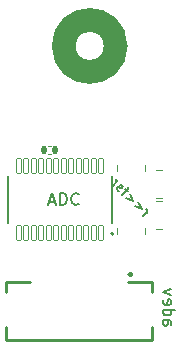
<source format=gbr>
%TF.GenerationSoftware,KiCad,Pcbnew,8.0.8-8.0.8-0~ubuntu24.04.1*%
%TF.CreationDate,2025-03-22T16:56:25+00:00*%
%TF.ProjectId,FSRrayDMUX-ADC,46535272-6179-4444-9d55-582d4144432e,rev?*%
%TF.SameCoordinates,Original*%
%TF.FileFunction,Legend,Bot*%
%TF.FilePolarity,Positive*%
%FSLAX46Y46*%
G04 Gerber Fmt 4.6, Leading zero omitted, Abs format (unit mm)*
G04 Created by KiCad (PCBNEW 8.0.8-8.0.8-0~ubuntu24.04.1) date 2025-03-22 16:56:25*
%MOMM*%
%LPD*%
G01*
G04 APERTURE LIST*
G04 Aperture macros list*
%AMRoundRect*
0 Rectangle with rounded corners*
0 $1 Rounding radius*
0 $2 $3 $4 $5 $6 $7 $8 $9 X,Y pos of 4 corners*
0 Add a 4 corners polygon primitive as box body*
4,1,4,$2,$3,$4,$5,$6,$7,$8,$9,$2,$3,0*
0 Add four circle primitives for the rounded corners*
1,1,$1+$1,$2,$3*
1,1,$1+$1,$4,$5*
1,1,$1+$1,$6,$7*
1,1,$1+$1,$8,$9*
0 Add four rect primitives between the rounded corners*
20,1,$1+$1,$2,$3,$4,$5,0*
20,1,$1+$1,$4,$5,$6,$7,0*
20,1,$1+$1,$6,$7,$8,$9,0*
20,1,$1+$1,$8,$9,$2,$3,0*%
G04 Aperture macros list end*
%ADD10C,2.000000*%
%ADD11C,0.150000*%
%ADD12C,0.200000*%
%ADD13C,0.250000*%
%ADD14C,0.120000*%
%ADD15C,0.127000*%
%ADD16C,1.550000*%
%ADD17R,1.700000X1.700000*%
%ADD18O,1.700000X1.700000*%
%ADD19R,0.300000X1.250000*%
%ADD20R,2.000000X2.500000*%
%ADD21R,0.400000X0.500000*%
%ADD22R,0.300000X0.500000*%
%ADD23R,0.500000X0.400000*%
%ADD24R,0.500000X0.300000*%
%ADD25RoundRect,0.140000X-0.140000X-0.170000X0.140000X-0.170000X0.140000X0.170000X-0.140000X0.170000X0*%
%ADD26RoundRect,0.020500X0.184500X-0.599500X0.184500X0.599500X-0.184500X0.599500X-0.184500X-0.599500X0*%
G04 APERTURE END LIST*
D10*
X157100000Y-119000000D02*
G75*
G02*
X152700000Y-119000000I-2200000J0D01*
G01*
X152700000Y-119000000D02*
G75*
G02*
X157100000Y-119000000I2200000J0D01*
G01*
D11*
X161130180Y-142234649D02*
X161653990Y-142234649D01*
X161653990Y-142234649D02*
X161749228Y-142282268D01*
X161749228Y-142282268D02*
X161796847Y-142377506D01*
X161796847Y-142377506D02*
X161796847Y-142567982D01*
X161796847Y-142567982D02*
X161749228Y-142663220D01*
X161177800Y-142234649D02*
X161130180Y-142329887D01*
X161130180Y-142329887D02*
X161130180Y-142567982D01*
X161130180Y-142567982D02*
X161177800Y-142663220D01*
X161177800Y-142663220D02*
X161273038Y-142710839D01*
X161273038Y-142710839D02*
X161368276Y-142710839D01*
X161368276Y-142710839D02*
X161463514Y-142663220D01*
X161463514Y-142663220D02*
X161511133Y-142567982D01*
X161511133Y-142567982D02*
X161511133Y-142329887D01*
X161511133Y-142329887D02*
X161558752Y-142234649D01*
X161130180Y-141329887D02*
X162130180Y-141329887D01*
X161177800Y-141329887D02*
X161130180Y-141425125D01*
X161130180Y-141425125D02*
X161130180Y-141615601D01*
X161130180Y-141615601D02*
X161177800Y-141710839D01*
X161177800Y-141710839D02*
X161225419Y-141758458D01*
X161225419Y-141758458D02*
X161320657Y-141806077D01*
X161320657Y-141806077D02*
X161606371Y-141806077D01*
X161606371Y-141806077D02*
X161701609Y-141758458D01*
X161701609Y-141758458D02*
X161749228Y-141710839D01*
X161749228Y-141710839D02*
X161796847Y-141615601D01*
X161796847Y-141615601D02*
X161796847Y-141425125D01*
X161796847Y-141425125D02*
X161749228Y-141329887D01*
X161177800Y-140472744D02*
X161130180Y-140567982D01*
X161130180Y-140567982D02*
X161130180Y-140758458D01*
X161130180Y-140758458D02*
X161177800Y-140853696D01*
X161177800Y-140853696D02*
X161273038Y-140901315D01*
X161273038Y-140901315D02*
X161653990Y-140901315D01*
X161653990Y-140901315D02*
X161749228Y-140853696D01*
X161749228Y-140853696D02*
X161796847Y-140758458D01*
X161796847Y-140758458D02*
X161796847Y-140567982D01*
X161796847Y-140567982D02*
X161749228Y-140472744D01*
X161749228Y-140472744D02*
X161653990Y-140425125D01*
X161653990Y-140425125D02*
X161558752Y-140425125D01*
X161558752Y-140425125D02*
X161463514Y-140901315D01*
X161796847Y-140091791D02*
X161130180Y-139853696D01*
X161130180Y-139853696D02*
X161796847Y-139615601D01*
D12*
X159447809Y-133392427D02*
X159830966Y-133009270D01*
X159721492Y-133118743D02*
X159748861Y-133036638D01*
X159748861Y-133036638D02*
X159748861Y-132981901D01*
X159748861Y-132981901D02*
X159721492Y-132899796D01*
X159721492Y-132899796D02*
X159666756Y-132845059D01*
X159037282Y-132215586D02*
X159310966Y-132817691D01*
X159310966Y-132817691D02*
X158708862Y-132544007D01*
X158325704Y-131504007D02*
X158599388Y-132106112D01*
X158599388Y-132106112D02*
X157997283Y-131832428D01*
X158134125Y-131312428D02*
X157915178Y-131093481D01*
X157668862Y-131613481D02*
X158161493Y-131120850D01*
X158161493Y-131120850D02*
X158188862Y-131038744D01*
X158188862Y-131038744D02*
X158161493Y-130956639D01*
X158161493Y-130956639D02*
X158106757Y-130901902D01*
X157395178Y-131285060D02*
X157313073Y-131257692D01*
X157313073Y-131257692D02*
X157203599Y-131148218D01*
X157203599Y-131148218D02*
X157176231Y-131066113D01*
X157176231Y-131066113D02*
X157203599Y-130984008D01*
X157203599Y-130984008D02*
X157230968Y-130956639D01*
X157230968Y-130956639D02*
X157313073Y-130929271D01*
X157313073Y-130929271D02*
X157395178Y-130956639D01*
X157395178Y-130956639D02*
X157477283Y-131038745D01*
X157477283Y-131038745D02*
X157559389Y-131066113D01*
X157559389Y-131066113D02*
X157641494Y-131038745D01*
X157641494Y-131038745D02*
X157668862Y-131011376D01*
X157668862Y-131011376D02*
X157696231Y-130929271D01*
X157696231Y-130929271D02*
X157668862Y-130847166D01*
X157668862Y-130847166D02*
X157586757Y-130765061D01*
X157586757Y-130765061D02*
X157504652Y-130737692D01*
X156875179Y-130819797D02*
X157258336Y-130436640D01*
X157148863Y-130546113D02*
X157176231Y-130464008D01*
X157176231Y-130464008D02*
X157176231Y-130409271D01*
X157176231Y-130409271D02*
X157148863Y-130327166D01*
X157148863Y-130327166D02*
X157094126Y-130272429D01*
D11*
X151489160Y-132184104D02*
X151965350Y-132184104D01*
X151393922Y-132469819D02*
X151727255Y-131469819D01*
X151727255Y-131469819D02*
X152060588Y-132469819D01*
X152393922Y-132469819D02*
X152393922Y-131469819D01*
X152393922Y-131469819D02*
X152632017Y-131469819D01*
X152632017Y-131469819D02*
X152774874Y-131517438D01*
X152774874Y-131517438D02*
X152870112Y-131612676D01*
X152870112Y-131612676D02*
X152917731Y-131707914D01*
X152917731Y-131707914D02*
X152965350Y-131898390D01*
X152965350Y-131898390D02*
X152965350Y-132041247D01*
X152965350Y-132041247D02*
X152917731Y-132231723D01*
X152917731Y-132231723D02*
X152870112Y-132326961D01*
X152870112Y-132326961D02*
X152774874Y-132422200D01*
X152774874Y-132422200D02*
X152632017Y-132469819D01*
X152632017Y-132469819D02*
X152393922Y-132469819D01*
X153965350Y-132374580D02*
X153917731Y-132422200D01*
X153917731Y-132422200D02*
X153774874Y-132469819D01*
X153774874Y-132469819D02*
X153679636Y-132469819D01*
X153679636Y-132469819D02*
X153536779Y-132422200D01*
X153536779Y-132422200D02*
X153441541Y-132326961D01*
X153441541Y-132326961D02*
X153393922Y-132231723D01*
X153393922Y-132231723D02*
X153346303Y-132041247D01*
X153346303Y-132041247D02*
X153346303Y-131898390D01*
X153346303Y-131898390D02*
X153393922Y-131707914D01*
X153393922Y-131707914D02*
X153441541Y-131612676D01*
X153441541Y-131612676D02*
X153536779Y-131517438D01*
X153536779Y-131517438D02*
X153679636Y-131469819D01*
X153679636Y-131469819D02*
X153774874Y-131469819D01*
X153774874Y-131469819D02*
X153917731Y-131517438D01*
X153917731Y-131517438D02*
X153965350Y-131565057D01*
D13*
%TO.C,FPC2*%
X147800000Y-138980000D02*
X147800000Y-139810000D01*
X147800000Y-142770000D02*
X147800000Y-143910000D01*
X147800000Y-143910000D02*
X160200000Y-143910000D01*
X149870000Y-138980000D02*
X147800000Y-138980000D01*
X158140000Y-139000000D02*
X160200000Y-139000000D01*
X160200000Y-139000000D02*
X160200000Y-139810000D01*
X160200000Y-142770000D02*
X160200000Y-143910000D01*
X158460000Y-138350000D02*
G75*
G02*
X158200000Y-138350000I-130000J0D01*
G01*
X158200000Y-138350000D02*
G75*
G02*
X158460000Y-138350000I130000J0D01*
G01*
D14*
%TO.C,RN4*%
X157220000Y-129050000D02*
X157220000Y-129550000D01*
X159580000Y-129050000D02*
X159580000Y-129550000D01*
%TO.C,RN2*%
X161050000Y-132120000D02*
X160550000Y-132120000D01*
X161050000Y-134480000D02*
X160550000Y-134480000D01*
%TO.C,RN1*%
X157220000Y-134950000D02*
X157220000Y-134450000D01*
X159580000Y-134950000D02*
X159580000Y-134450000D01*
%TO.C,C1*%
X151607836Y-127440000D02*
X151392164Y-127440000D01*
X151607836Y-128160000D02*
X151392164Y-128160000D01*
%TO.C,RN3*%
X161050000Y-129520000D02*
X160550000Y-129520000D01*
X161050000Y-131880000D02*
X160550000Y-131880000D01*
D15*
%TO.C,ADC1*%
X148030000Y-130005000D02*
X148030000Y-133995000D01*
X156770000Y-130005000D02*
X156770000Y-133995000D01*
D12*
X156900000Y-134900000D02*
G75*
G02*
X156700000Y-134900000I-100000J0D01*
G01*
X156700000Y-134900000D02*
G75*
G02*
X156900000Y-134900000I100000J0D01*
G01*
%TD*%
%LPC*%
D16*
X161275000Y-137200000D02*
G75*
G02*
X159725000Y-137200000I-775000J0D01*
G01*
X159725000Y-137200000D02*
G75*
G02*
X161275000Y-137200000I775000J0D01*
G01*
D17*
%TO.C,J1*%
X148500000Y-125500000D03*
D18*
X151040000Y-125500000D03*
X153580000Y-125500000D03*
X156120000Y-125500000D03*
X158660000Y-125500000D03*
X161200000Y-125500000D03*
%TD*%
D17*
%TO.C,J4*%
X148500000Y-122960000D03*
D18*
X151040000Y-122960000D03*
X153580000Y-122960000D03*
X156120000Y-122960000D03*
X158660000Y-122960000D03*
X161200000Y-122960000D03*
%TD*%
D19*
%TO.C,FPC2*%
X157750000Y-138710000D03*
X157250000Y-138710000D03*
X156750000Y-138710000D03*
X156250000Y-138710000D03*
X155750000Y-138710000D03*
X155250000Y-138710000D03*
X154750000Y-138710000D03*
X154250000Y-138710000D03*
X153750000Y-138710000D03*
X153250000Y-138710000D03*
X152750000Y-138710000D03*
X152250000Y-138710000D03*
X151750000Y-138710000D03*
X151250000Y-138710000D03*
X150750000Y-138710000D03*
X150250000Y-138710000D03*
D20*
X148560000Y-141290000D03*
X159440000Y-141290000D03*
%TD*%
D21*
%TO.C,RN4*%
X157650000Y-128800000D03*
D22*
X158150000Y-128800000D03*
X158650000Y-128800000D03*
D21*
X159150000Y-128800000D03*
X159150000Y-129800000D03*
D22*
X158650000Y-129800000D03*
X158150000Y-129800000D03*
D21*
X157650000Y-129800000D03*
%TD*%
D23*
%TO.C,RN2*%
X161300000Y-132550000D03*
D24*
X161300000Y-133050000D03*
X161300000Y-133550000D03*
D23*
X161300000Y-134050000D03*
X160300000Y-134050000D03*
D24*
X160300000Y-133550000D03*
X160300000Y-133050000D03*
D23*
X160300000Y-132550000D03*
%TD*%
D21*
%TO.C,RN1*%
X159150000Y-135200000D03*
D22*
X158650000Y-135200000D03*
X158150000Y-135200000D03*
D21*
X157650000Y-135200000D03*
X157650000Y-134200000D03*
D22*
X158150000Y-134200000D03*
X158650000Y-134200000D03*
D21*
X159150000Y-134200000D03*
%TD*%
D25*
%TO.C,C1*%
X151020000Y-127800000D03*
X151980000Y-127800000D03*
%TD*%
D23*
%TO.C,RN3*%
X161300000Y-129950000D03*
D24*
X161300000Y-130450000D03*
X161300000Y-130950000D03*
D23*
X161300000Y-131450000D03*
X160300000Y-131450000D03*
D24*
X160300000Y-130950000D03*
X160300000Y-130450000D03*
D23*
X160300000Y-129950000D03*
%TD*%
D26*
%TO.C,ADC1*%
X155892500Y-134835000D03*
X155257500Y-134835000D03*
X154622500Y-134835000D03*
X153987500Y-134835000D03*
X153352500Y-134835000D03*
X152717500Y-134835000D03*
X152082500Y-134835000D03*
X151447500Y-134835000D03*
X150812500Y-134835000D03*
X150177500Y-134835000D03*
X149542500Y-134835000D03*
X148907500Y-134835000D03*
X148907500Y-129165000D03*
X149542500Y-129165000D03*
X150177500Y-129165000D03*
X150812500Y-129165000D03*
X151447500Y-129165000D03*
X152082500Y-129165000D03*
X152717500Y-129165000D03*
X153352500Y-129165000D03*
X153987500Y-129165000D03*
X154622500Y-129165000D03*
X155257500Y-129165000D03*
X155892500Y-129165000D03*
%TD*%
%LPD*%
M02*

</source>
